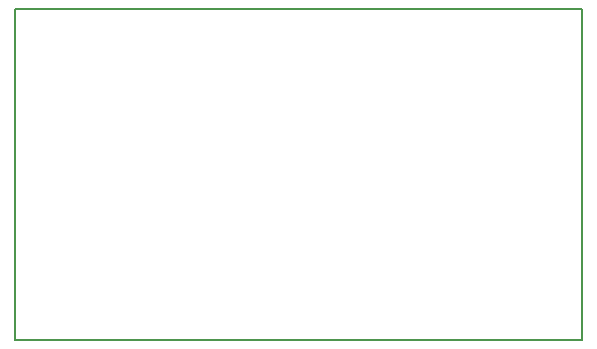
<source format=gm1>
G04 #@! TF.FileFunction,Profile,NP*
%FSLAX46Y46*%
G04 Gerber Fmt 4.6, Leading zero omitted, Abs format (unit mm)*
G04 Created by KiCad (PCBNEW 4.0.7) date Tuesday, 26 September 2017 'PMt' 23:25:46*
%MOMM*%
%LPD*%
G01*
G04 APERTURE LIST*
%ADD10C,0.100000*%
%ADD11C,0.150000*%
G04 APERTURE END LIST*
D10*
D11*
X120850000Y-121550000D02*
X120850000Y-93550000D01*
X168850000Y-121550000D02*
X120850000Y-121550000D01*
X168850000Y-93550000D02*
X168850000Y-121550000D01*
X120850000Y-93550000D02*
X168850000Y-93550000D01*
M02*

</source>
